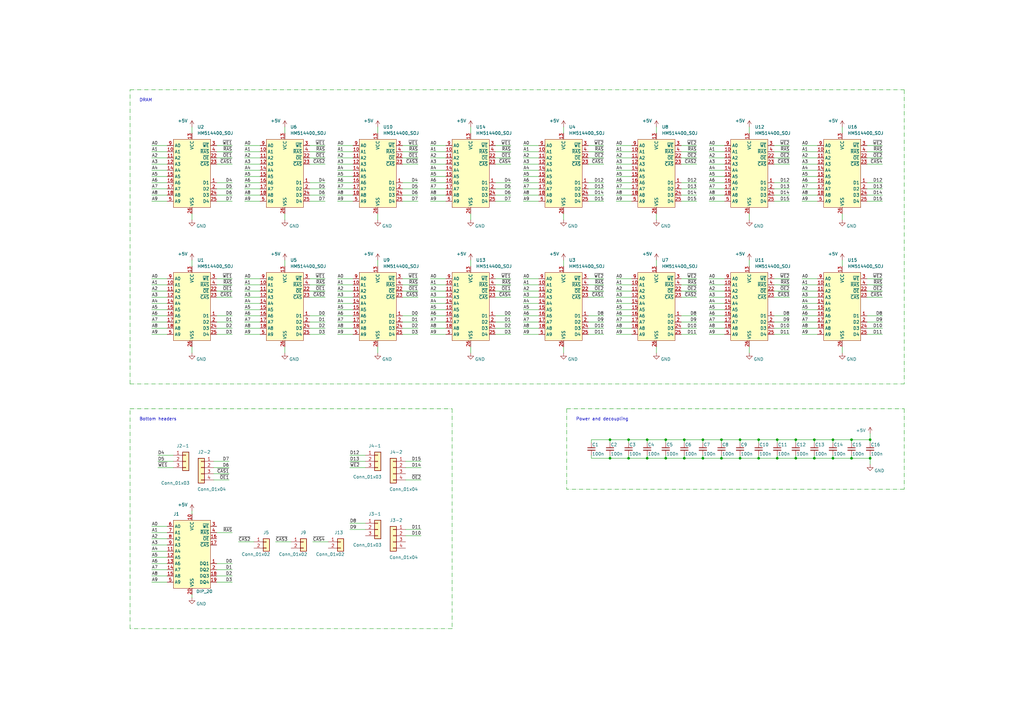
<source format=kicad_sch>
(kicad_sch (version 20230121) (generator eeschema)
  (paper "A3")
  (title_block (title "SupraDrive 500XP 8MB expansion") (date "2024-04-20") (rev "1") (company "retroninja"))
  (junction (at 326.39 187.96))
  (junction (at 280.67 187.96))
  (junction (at 326.39 180.34))
  (junction (at 334.01 180.34))
  (junction (at 311.15 187.96))
  (junction (at 318.77 187.96))
  (junction (at 250.19 180.34))
  (junction (at 356.87 180.34))
  (junction (at 341.63 180.34))
  (junction (at 295.91 187.96))
  (junction (at 349.25 187.96))
  (junction (at 288.29 180.34))
  (junction (at 349.25 180.34))
  (junction (at 334.01 187.96))
  (junction (at 250.19 187.96))
  (junction (at 288.29 187.96))
  (junction (at 356.87 187.96))
  (junction (at 311.15 180.34))
  (junction (at 318.77 180.34))
  (junction (at 280.67 180.34))
  (junction (at 273.05 187.96))
  (junction (at 303.53 180.34))
  (junction (at 265.43 180.34))
  (junction (at 265.43 187.96))
  (junction (at 295.91 180.34))
  (junction (at 257.81 180.34))
  (junction (at 273.05 180.34))
  (junction (at 303.53 187.96))
  (junction (at 257.81 187.96))
  (junction (at 341.63 187.96))
  (wire (pts (xy 165.1 129.54) (xy 171.45 129.54)))
  (wire (pts (xy 311.15 186.69) (xy 311.15 187.96)))
  (wire (pts (xy 62.23 124.46) (xy 68.58 124.46)))
  (wire (pts (xy 127 132.08) (xy 133.35 132.08)))
  (wire (pts (xy 328.93 134.62) (xy 335.28 134.62)))
  (wire (pts (xy 355.6 77.47) (xy 361.95 77.47)))
  (wire (pts (xy 100.33 69.85) (xy 106.68 69.85)))
  (wire (pts (xy 355.6 132.08) (xy 361.95 132.08)))
  (wire (pts (xy 176.53 82.55) (xy 182.88 82.55)))
  (wire (pts (xy 214.63 121.92) (xy 220.98 121.92)))
  (wire (pts (xy 252.73 127) (xy 259.08 127)))
  (wire (pts (xy 88.9 233.68) (xy 95.25 233.68)))
  (wire (pts (xy 176.53 121.92) (xy 182.88 121.92)))
  (wire (pts (xy 311.15 180.34) (xy 318.77 180.34)))
  (wire (pts (xy 127 134.62) (xy 133.35 134.62)))
  (wire (pts (xy 326.39 180.34) (xy 326.39 181.61)))
  (wire (pts (xy 100.33 124.46) (xy 106.68 124.46)))
  (wire (pts (xy 62.23 129.54) (xy 68.58 129.54)))
  (wire (pts (xy 341.63 180.34) (xy 334.01 180.34)))
  (wire (pts (xy 295.91 181.61) (xy 295.91 180.34)))
  (wire (pts (xy 252.73 77.47) (xy 259.08 77.47)))
  (wire (pts (xy 100.33 77.47) (xy 106.68 77.47)))
  (wire (pts (xy 88.9 238.76) (xy 95.25 238.76)))
  (wire (pts (xy 88.9 134.62) (xy 95.25 134.62)))
  (wire (pts (xy 290.83 132.08) (xy 297.18 132.08)))
  (wire (pts (xy 88.9 114.3) (xy 95.25 114.3)))
  (wire (pts (xy 349.25 180.34) (xy 349.25 181.61)))
  (wire (pts (xy 138.43 72.39) (xy 144.78 72.39)))
  (wire (pts (xy 62.23 72.39) (xy 68.58 72.39)))
  (wire (pts (xy 62.23 77.47) (xy 68.58 77.47)))
  (wire (pts (xy 355.6 82.55) (xy 361.95 82.55)))
  (wire (pts (xy 166.37 191.77) (xy 172.72 191.77)))
  (wire (pts (xy 290.83 129.54) (xy 297.18 129.54)))
  (wire (pts (xy 328.93 129.54) (xy 335.28 129.54)))
  (wire (pts (xy 88.9 116.84) (xy 95.25 116.84)))
  (wire (pts (xy 62.23 114.3) (xy 68.58 114.3)))
  (wire (pts (xy 203.2 121.92) (xy 209.55 121.92)))
  (wire (pts (xy 355.6 67.31) (xy 361.95 67.31)))
  (wire (pts (xy 231.14 52.07) (xy 231.14 54.61)))
  (wire (pts (xy 62.23 116.84) (xy 68.58 116.84)))
  (wire (pts (xy 356.87 187.96) (xy 356.87 190.5)))
  (wire (pts (xy 265.43 186.69) (xy 265.43 187.96)))
  (wire (pts (xy 176.53 69.85) (xy 182.88 69.85)))
  (wire (pts (xy 214.63 137.16) (xy 220.98 137.16)))
  (wire (pts (xy 317.5 74.93) (xy 323.85 74.93)))
  (wire (pts (xy 176.53 129.54) (xy 182.88 129.54)))
  (wire (pts (xy 370.84 200.66) (xy 232.41 200.66)) (stroke (width 0) (type dash_dot)))
  (wire (pts (xy 328.93 119.38) (xy 335.28 119.38)))
  (wire (pts (xy 355.6 74.93) (xy 361.95 74.93)))
  (wire (pts (xy 138.43 67.31) (xy 144.78 67.31)))
  (wire (pts (xy 257.81 180.34) (xy 250.19 180.34)))
  (wire (pts (xy 138.43 74.93) (xy 144.78 74.93)))
  (wire (pts (xy 273.05 187.96) (xy 280.67 187.96)))
  (wire (pts (xy 290.83 119.38) (xy 297.18 119.38)))
  (wire (pts (xy 165.1 119.38) (xy 171.45 119.38)))
  (wire (pts (xy 176.53 116.84) (xy 182.88 116.84)))
  (wire (pts (xy 127 59.69) (xy 133.35 59.69)))
  (wire (pts (xy 252.73 67.31) (xy 259.08 67.31)))
  (wire (pts (xy 78.74 243.84) (xy 78.74 245.11)))
  (wire (pts (xy 165.1 64.77) (xy 171.45 64.77)))
  (wire (pts (xy 87.63 189.23) (xy 93.98 189.23)))
  (wire (pts (xy 214.63 82.55) (xy 220.98 82.55)))
  (wire (pts (xy 100.33 82.55) (xy 106.68 82.55)))
  (wire (pts (xy 317.5 134.62) (xy 323.85 134.62)))
  (wire (pts (xy 100.33 119.38) (xy 106.68 119.38)))
  (wire (pts (xy 257.81 187.96) (xy 265.43 187.96)))
  (wire (pts (xy 269.24 52.07) (xy 269.24 54.61)))
  (wire (pts (xy 252.73 74.93) (xy 259.08 74.93)))
  (wire (pts (xy 138.43 129.54) (xy 144.78 129.54)))
  (wire (pts (xy 176.53 124.46) (xy 182.88 124.46)))
  (wire (pts (xy 328.93 69.85) (xy 335.28 69.85)))
  (wire (pts (xy 176.53 72.39) (xy 182.88 72.39)))
  (wire (pts (xy 62.23 134.62) (xy 68.58 134.62)))
  (wire (pts (xy 176.53 64.77) (xy 182.88 64.77)))
  (wire (pts (xy 252.73 129.54) (xy 259.08 129.54)))
  (wire (pts (xy 318.77 180.34) (xy 318.77 181.61)))
  (wire (pts (xy 303.53 180.34) (xy 303.53 181.61)))
  (wire (pts (xy 154.94 52.07) (xy 154.94 54.61)))
  (wire (pts (xy 241.3 137.16) (xy 247.65 137.16)))
  (wire (pts (xy 290.83 64.77) (xy 297.18 64.77)))
  (wire (pts (xy 317.5 62.23) (xy 323.85 62.23)))
  (wire (pts (xy 279.4 116.84) (xy 285.75 116.84)))
  (wire (pts (xy 355.6 121.92) (xy 361.95 121.92)))
  (wire (pts (xy 203.2 134.62) (xy 209.55 134.62)))
  (wire (pts (xy 279.4 64.77) (xy 285.75 64.77)))
  (wire (pts (xy 127 67.31) (xy 133.35 67.31)))
  (wire (pts (xy 279.4 121.92) (xy 285.75 121.92)))
  (wire (pts (xy 214.63 72.39) (xy 220.98 72.39)))
  (wire (pts (xy 62.23 121.92) (xy 68.58 121.92)))
  (wire (pts (xy 138.43 116.84) (xy 144.78 116.84)))
  (wire (pts (xy 257.81 180.34) (xy 257.81 181.61)))
  (wire (pts (xy 62.23 62.23) (xy 68.58 62.23)))
  (wire (pts (xy 328.93 64.77) (xy 335.28 64.77)))
  (wire (pts (xy 290.83 69.85) (xy 297.18 69.85)))
  (wire (pts (xy 349.25 180.34) (xy 356.87 180.34)))
  (wire (pts (xy 345.44 106.68) (xy 345.44 109.22)))
  (wire (pts (xy 203.2 132.08) (xy 209.55 132.08)))
  (wire (pts (xy 311.15 187.96) (xy 318.77 187.96)))
  (wire (pts (xy 127 82.55) (xy 133.35 82.55)))
  (wire (pts (xy 53.34 257.81) (xy 53.34 167.64)) (stroke (width 0) (type dash_dot)))
  (wire (pts (xy 165.1 82.55) (xy 171.45 82.55)))
  (wire (pts (xy 317.5 64.77) (xy 323.85 64.77)))
  (wire (pts (xy 290.83 124.46) (xy 297.18 124.46)))
  (wire (pts (xy 252.73 62.23) (xy 259.08 62.23)))
  (wire (pts (xy 356.87 186.69) (xy 356.87 187.96)))
  (wire (pts (xy 232.41 167.64) (xy 232.41 200.66)) (stroke (width 0) (type dash_dot)))
  (wire (pts (xy 138.43 80.01) (xy 144.78 80.01)))
  (wire (pts (xy 176.53 127) (xy 182.88 127)))
  (wire (pts (xy 113.03 222.25) (xy 119.38 222.25)))
  (wire (pts (xy 290.83 127) (xy 297.18 127)))
  (wire (pts (xy 165.1 121.92) (xy 171.45 121.92)))
  (wire (pts (xy 127 129.54) (xy 133.35 129.54)))
  (wire (pts (xy 64.77 186.69) (xy 71.12 186.69)))
  (wire (pts (xy 290.83 80.01) (xy 297.18 80.01)))
  (wire (pts (xy 334.01 180.34) (xy 334.01 181.61)))
  (wire (pts (xy 100.33 64.77) (xy 106.68 64.77)))
  (wire (pts (xy 165.1 77.47) (xy 171.45 77.47)))
  (wire (pts (xy 356.87 177.8) (xy 356.87 180.34)))
  (wire (pts (xy 328.93 132.08) (xy 335.28 132.08)))
  (wire (pts (xy 64.77 189.23) (xy 71.12 189.23)))
  (wire (pts (xy 88.9 132.08) (xy 95.25 132.08)))
  (wire (pts (xy 242.57 180.34) (xy 250.19 180.34)))
  (wire (pts (xy 87.63 194.31) (xy 93.98 194.31)))
  (wire (pts (xy 176.53 119.38) (xy 182.88 119.38)))
  (wire (pts (xy 241.3 67.31) (xy 247.65 67.31)))
  (wire (pts (xy 279.4 132.08) (xy 285.75 132.08)))
  (wire (pts (xy 328.93 67.31) (xy 335.28 67.31)))
  (wire (pts (xy 88.9 62.23) (xy 95.25 62.23)))
  (wire (pts (xy 53.34 157.48) (xy 370.84 157.48)) (stroke (width 0) (type dash_dot)))
  (wire (pts (xy 78.74 106.68) (xy 78.74 109.22)))
  (wire (pts (xy 241.3 77.47) (xy 247.65 77.47)))
  (wire (pts (xy 303.53 186.69) (xy 303.53 187.96)))
  (wire (pts (xy 165.1 134.62) (xy 171.45 134.62)))
  (wire (pts (xy 349.25 180.34) (xy 341.63 180.34)))
  (wire (pts (xy 290.83 59.69) (xy 297.18 59.69)))
  (wire (pts (xy 355.6 119.38) (xy 361.95 119.38)))
  (wire (pts (xy 203.2 129.54) (xy 209.55 129.54)))
  (wire (pts (xy 214.63 116.84) (xy 220.98 116.84)))
  (wire (pts (xy 154.94 142.24) (xy 154.94 144.78)))
  (wire (pts (xy 273.05 180.34) (xy 265.43 180.34)))
  (wire (pts (xy 290.83 134.62) (xy 297.18 134.62)))
  (wire (pts (xy 317.5 119.38) (xy 323.85 119.38)))
  (wire (pts (xy 62.23 226.06) (xy 68.58 226.06)))
  (wire (pts (xy 288.29 180.34) (xy 288.29 181.61)))
  (wire (pts (xy 290.83 74.93) (xy 297.18 74.93)))
  (wire (pts (xy 279.4 82.55) (xy 285.75 82.55)))
  (wire (pts (xy 203.2 137.16) (xy 209.55 137.16)))
  (wire (pts (xy 62.23 132.08) (xy 68.58 132.08)))
  (wire (pts (xy 241.3 134.62) (xy 247.65 134.62)))
  (wire (pts (xy 252.73 137.16) (xy 259.08 137.16)))
  (wire (pts (xy 341.63 180.34) (xy 341.63 181.61)))
  (wire (pts (xy 252.73 119.38) (xy 259.08 119.38)))
  (wire (pts (xy 231.14 87.63) (xy 231.14 90.17)))
  (wire (pts (xy 252.73 134.62) (xy 259.08 134.62)))
  (wire (pts (xy 127 116.84) (xy 133.35 116.84)))
  (wire (pts (xy 317.5 116.84) (xy 323.85 116.84)))
  (wire (pts (xy 203.2 77.47) (xy 209.55 77.47)))
  (wire (pts (xy 317.5 137.16) (xy 323.85 137.16)))
  (wire (pts (xy 78.74 142.24) (xy 78.74 144.78)))
  (wire (pts (xy 355.6 134.62) (xy 361.95 134.62)))
  (wire (pts (xy 318.77 186.69) (xy 318.77 187.96)))
  (wire (pts (xy 288.29 180.34) (xy 295.91 180.34)))
  (wire (pts (xy 203.2 62.23) (xy 209.55 62.23)))
  (wire (pts (xy 138.43 77.47) (xy 144.78 77.47)))
  (wire (pts (xy 88.9 82.55) (xy 95.25 82.55)))
  (wire (pts (xy 100.33 127) (xy 106.68 127)))
  (wire (pts (xy 273.05 180.34) (xy 273.05 181.61)))
  (wire (pts (xy 265.43 180.34) (xy 265.43 181.61)))
  (wire (pts (xy 116.84 106.68) (xy 116.84 109.22)))
  (wire (pts (xy 241.3 132.08) (xy 247.65 132.08)))
  (wire (pts (xy 100.33 67.31) (xy 106.68 67.31)))
  (wire (pts (xy 100.33 72.39) (xy 106.68 72.39)))
  (wire (pts (xy 138.43 59.69) (xy 144.78 59.69)))
  (wire (pts (xy 355.6 59.69) (xy 361.95 59.69)))
  (wire (pts (xy 127 64.77) (xy 133.35 64.77)))
  (wire (pts (xy 317.5 82.55) (xy 323.85 82.55)))
  (wire (pts (xy 88.9 218.44) (xy 95.25 218.44)))
  (wire (pts (xy 165.1 67.31) (xy 171.45 67.31)))
  (wire (pts (xy 295.91 180.34) (xy 303.53 180.34)))
  (wire (pts (xy 176.53 77.47) (xy 182.88 77.47)))
  (wire (pts (xy 203.2 82.55) (xy 209.55 82.55)))
  (wire (pts (xy 176.53 137.16) (xy 182.88 137.16)))
  (wire (pts (xy 100.33 62.23) (xy 106.68 62.23)))
  (wire (pts (xy 250.19 186.69) (xy 250.19 187.96)))
  (wire (pts (xy 62.23 59.69) (xy 68.58 59.69)))
  (wire (pts (xy 53.34 157.48) (xy 53.34 36.83)) (stroke (width 0) (type dash_dot)))
  (wire (pts (xy 100.33 137.16) (xy 106.68 137.16)))
  (wire (pts (xy 88.9 231.14) (xy 95.25 231.14)))
  (wire (pts (xy 242.57 187.96) (xy 250.19 187.96)))
  (wire (pts (xy 116.84 142.24) (xy 116.84 144.78)))
  (wire (pts (xy 252.73 116.84) (xy 259.08 116.84)))
  (wire (pts (xy 97.79 222.25) (xy 104.14 222.25)))
  (wire (pts (xy 100.33 59.69) (xy 106.68 59.69)))
  (wire (pts (xy 273.05 187.96) (xy 265.43 187.96)))
  (wire (pts (xy 138.43 114.3) (xy 144.78 114.3)))
  (wire (pts (xy 87.63 191.77) (xy 93.98 191.77)))
  (wire (pts (xy 214.63 80.01) (xy 220.98 80.01)))
  (wire (pts (xy 317.5 77.47) (xy 323.85 77.47)))
  (wire (pts (xy 88.9 137.16) (xy 95.25 137.16)))
  (wire (pts (xy 62.23 231.14) (xy 68.58 231.14)))
  (wire (pts (xy 214.63 134.62) (xy 220.98 134.62)))
  (wire (pts (xy 176.53 67.31) (xy 182.88 67.31)))
  (wire (pts (xy 252.73 69.85) (xy 259.08 69.85)))
  (wire (pts (xy 185.42 167.64) (xy 185.42 257.81)) (stroke (width 0) (type dash_dot)))
  (wire (pts (xy 370.84 167.64) (xy 370.84 200.66)) (stroke (width 0) (type dash_dot)))
  (wire (pts (xy 279.4 119.38) (xy 285.75 119.38)))
  (wire (pts (xy 280.67 187.96) (xy 288.29 187.96)))
  (wire (pts (xy 100.33 134.62) (xy 106.68 134.62)))
  (wire (pts (xy 290.83 62.23) (xy 297.18 62.23)))
  (wire (pts (xy 290.83 121.92) (xy 297.18 121.92)))
  (wire (pts (xy 328.93 114.3) (xy 335.28 114.3)))
  (wire (pts (xy 88.9 236.22) (xy 95.25 236.22)))
  (wire (pts (xy 328.93 124.46) (xy 335.28 124.46)))
  (wire (pts (xy 88.9 77.47) (xy 95.25 77.47)))
  (wire (pts (xy 279.4 80.01) (xy 285.75 80.01)))
  (wire (pts (xy 328.93 116.84) (xy 335.28 116.84)))
  (wire (pts (xy 62.23 220.98) (xy 68.58 220.98)))
  (wire (pts (xy 307.34 52.07) (xy 307.34 54.61)))
  (wire (pts (xy 53.34 167.64) (xy 185.42 167.64)) (stroke (width 0) (type dash_dot)))
  (wire (pts (xy 307.34 87.63) (xy 307.34 90.17)))
  (wire (pts (xy 127 77.47) (xy 133.35 77.47)))
  (wire (pts (xy 154.94 87.63) (xy 154.94 90.17)))
  (wire (pts (xy 356.87 180.34) (xy 356.87 181.61)))
  (wire (pts (xy 307.34 142.24) (xy 307.34 144.78)))
  (wire (pts (xy 288.29 187.96) (xy 295.91 187.96)))
  (wire (pts (xy 62.23 82.55) (xy 68.58 82.55)))
  (wire (pts (xy 280.67 186.69) (xy 280.67 187.96)))
  (wire (pts (xy 53.34 36.83) (xy 370.84 36.83)) (stroke (width 0) (type dash_dot)))
  (wire (pts (xy 279.4 59.69) (xy 285.75 59.69)))
  (wire (pts (xy 355.6 116.84) (xy 361.95 116.84)))
  (wire (pts (xy 241.3 121.92) (xy 247.65 121.92)))
  (wire (pts (xy 279.4 134.62) (xy 285.75 134.62)))
  (wire (pts (xy 176.53 62.23) (xy 182.88 62.23)))
  (wire (pts (xy 303.53 187.96) (xy 311.15 187.96)))
  (wire (pts (xy 127 62.23) (xy 133.35 62.23)))
  (wire (pts (xy 214.63 127) (xy 220.98 127)))
  (wire (pts (xy 127 74.93) (xy 133.35 74.93)))
  (wire (pts (xy 127 119.38) (xy 133.35 119.38)))
  (wire (pts (xy 88.9 121.92) (xy 95.25 121.92)))
  (wire (pts (xy 355.6 62.23) (xy 361.95 62.23)))
  (wire (pts (xy 311.15 180.34) (xy 311.15 181.61)))
  (wire (pts (xy 326.39 186.69) (xy 326.39 187.96)))
  (wire (pts (xy 88.9 119.38) (xy 95.25 119.38)))
  (wire (pts (xy 328.93 59.69) (xy 335.28 59.69)))
  (wire (pts (xy 279.4 74.93) (xy 285.75 74.93)))
  (wire (pts (xy 203.2 116.84) (xy 209.55 116.84)))
  (wire (pts (xy 242.57 186.69) (xy 242.57 187.96)))
  (wire (pts (xy 138.43 82.55) (xy 144.78 82.55)))
  (wire (pts (xy 62.23 137.16) (xy 68.58 137.16)))
  (wire (pts (xy 193.04 87.63) (xy 193.04 90.17)))
  (wire (pts (xy 241.3 119.38) (xy 247.65 119.38)))
  (wire (pts (xy 138.43 64.77) (xy 144.78 64.77)))
  (wire (pts (xy 203.2 119.38) (xy 209.55 119.38)))
  (wire (pts (xy 345.44 142.24) (xy 345.44 144.78)))
  (wire (pts (xy 214.63 114.3) (xy 220.98 114.3)))
  (wire (pts (xy 193.04 142.24) (xy 193.04 144.78)))
  (wire (pts (xy 176.53 74.93) (xy 182.88 74.93)))
  (wire (pts (xy 100.33 116.84) (xy 106.68 116.84)))
  (wire (pts (xy 345.44 52.07) (xy 345.44 54.61)))
  (wire (pts (xy 214.63 77.47) (xy 220.98 77.47)))
  (wire (pts (xy 138.43 62.23) (xy 144.78 62.23)))
  (wire (pts (xy 138.43 121.92) (xy 144.78 121.92)))
  (wire (pts (xy 64.77 191.77) (xy 71.12 191.77)))
  (wire (pts (xy 127 137.16) (xy 133.35 137.16)))
  (wire (pts (xy 176.53 80.01) (xy 182.88 80.01)))
  (wire (pts (xy 349.25 186.69) (xy 349.25 187.96)))
  (wire (pts (xy 62.23 67.31) (xy 68.58 67.31)))
  (wire (pts (xy 78.74 87.63) (xy 78.74 90.17)))
  (wire (pts (xy 250.19 180.34) (xy 250.19 181.61)))
  (wire (pts (xy 214.63 132.08) (xy 220.98 132.08)))
  (wire (pts (xy 290.83 116.84) (xy 297.18 116.84)))
  (wire (pts (xy 328.93 127) (xy 335.28 127)))
  (wire (pts (xy 269.24 87.63) (xy 269.24 90.17)))
  (wire (pts (xy 62.23 64.77) (xy 68.58 64.77)))
  (wire (pts (xy 214.63 64.77) (xy 220.98 64.77)))
  (wire (pts (xy 193.04 52.07) (xy 193.04 54.61)))
  (wire (pts (xy 143.51 214.63) (xy 149.86 214.63)))
  (wire (pts (xy 328.93 137.16) (xy 335.28 137.16)))
  (wire (pts (xy 165.1 59.69) (xy 171.45 59.69)))
  (wire (pts (xy 317.5 132.08) (xy 323.85 132.08)))
  (wire (pts (xy 62.23 218.44) (xy 68.58 218.44)))
  (wire (pts (xy 355.6 137.16) (xy 361.95 137.16)))
  (wire (pts (xy 138.43 69.85) (xy 144.78 69.85)))
  (wire (pts (xy 100.33 129.54) (xy 106.68 129.54)))
  (wire (pts (xy 307.34 106.68) (xy 307.34 109.22)))
  (wire (pts (xy 290.83 77.47) (xy 297.18 77.47)))
  (wire (pts (xy 138.43 134.62) (xy 144.78 134.62)))
  (wire (pts (xy 232.41 167.64) (xy 370.84 167.64)) (stroke (width 0) (type dash_dot)))
  (wire (pts (xy 214.63 59.69) (xy 220.98 59.69)))
  (wire (pts (xy 128.27 222.25) (xy 134.62 222.25)))
  (wire (pts (xy 138.43 127) (xy 144.78 127)))
  (wire (pts (xy 138.43 137.16) (xy 144.78 137.16)))
  (wire (pts (xy 62.23 127) (xy 68.58 127)))
  (wire (pts (xy 203.2 114.3) (xy 209.55 114.3)))
  (wire (pts (xy 252.73 132.08) (xy 259.08 132.08)))
  (wire (pts (xy 295.91 186.69) (xy 295.91 187.96)))
  (wire (pts (xy 317.5 129.54) (xy 323.85 129.54)))
  (wire (pts (xy 127 121.92) (xy 133.35 121.92)))
  (wire (pts (xy 328.93 72.39) (xy 335.28 72.39)))
  (wire (pts (xy 295.91 187.96) (xy 303.53 187.96)))
  (wire (pts (xy 62.23 236.22) (xy 68.58 236.22)))
  (wire (pts (xy 252.73 72.39) (xy 259.08 72.39)))
  (wire (pts (xy 345.44 87.63) (xy 345.44 90.17)))
  (wire (pts (xy 328.93 80.01) (xy 335.28 80.01)))
  (wire (pts (xy 326.39 187.96) (xy 334.01 187.96)))
  (wire (pts (xy 100.33 114.3) (xy 106.68 114.3)))
  (wire (pts (xy 252.73 121.92) (xy 259.08 121.92)))
  (wire (pts (xy 317.5 114.3) (xy 323.85 114.3)))
  (wire (pts (xy 328.93 82.55) (xy 335.28 82.55)))
  (wire (pts (xy 143.51 191.77) (xy 149.86 191.77)))
  (wire (pts (xy 166.37 189.23) (xy 172.72 189.23)))
  (wire (pts (xy 328.93 74.93) (xy 335.28 74.93)))
  (wire (pts (xy 127 114.3) (xy 133.35 114.3)))
  (wire (pts (xy 165.1 137.16) (xy 171.45 137.16)))
  (wire (pts (xy 318.77 180.34) (xy 326.39 180.34)))
  (wire (pts (xy 328.93 121.92) (xy 335.28 121.92)))
  (wire (pts (xy 279.4 67.31) (xy 285.75 67.31)))
  (wire (pts (xy 241.3 114.3) (xy 247.65 114.3)))
  (wire (pts (xy 257.81 187.96) (xy 250.19 187.96)))
  (wire (pts (xy 138.43 119.38) (xy 144.78 119.38)))
  (wire (pts (xy 252.73 124.46) (xy 259.08 124.46)))
  (wire (pts (xy 257.81 180.34) (xy 265.43 180.34)))
  (wire (pts (xy 165.1 116.84) (xy 171.45 116.84)))
  (wire (pts (xy 280.67 180.34) (xy 288.29 180.34)))
  (wire (pts (xy 341.63 187.96) (xy 334.01 187.96)))
  (wire (pts (xy 214.63 67.31) (xy 220.98 67.31)))
  (wire (pts (xy 214.63 124.46) (xy 220.98 124.46)))
  (wire (pts (xy 370.84 36.83) (xy 370.84 157.48)) (stroke (width 0) (type dash_dot)))
  (wire (pts (xy 241.3 62.23) (xy 247.65 62.23)))
  (wire (pts (xy 241.3 116.84) (xy 247.65 116.84)))
  (wire (pts (xy 279.4 62.23) (xy 285.75 62.23)))
  (wire (pts (xy 88.9 67.31) (xy 95.25 67.31)))
  (wire (pts (xy 143.51 186.69) (xy 149.86 186.69)))
  (wire (pts (xy 127 80.01) (xy 133.35 80.01)))
  (wire (pts (xy 138.43 124.46) (xy 144.78 124.46)))
  (wire (pts (xy 334.01 186.69) (xy 334.01 187.96)))
  (wire (pts (xy 290.83 67.31) (xy 297.18 67.31)))
  (wire (pts (xy 280.67 180.34) (xy 280.67 181.61)))
  (wire (pts (xy 166.37 217.17) (xy 172.72 217.17)))
  (wire (pts (xy 88.9 59.69) (xy 95.25 59.69)))
  (wire (pts (xy 355.6 64.77) (xy 361.95 64.77)))
  (wire (pts (xy 241.3 59.69) (xy 247.65 59.69)))
  (wire (pts (xy 88.9 80.01) (xy 95.25 80.01)))
  (wire (pts (xy 273.05 180.34) (xy 280.67 180.34)))
  (wire (pts (xy 241.3 74.93) (xy 247.65 74.93)))
  (wire (pts (xy 341.63 186.69) (xy 341.63 187.96)))
  (wire (pts (xy 257.81 187.96) (xy 257.81 186.69)))
  (wire (pts (xy 176.53 114.3) (xy 182.88 114.3)))
  (wire (pts (xy 214.63 74.93) (xy 220.98 74.93)))
  (wire (pts (xy 317.5 59.69) (xy 323.85 59.69)))
  (wire (pts (xy 279.4 137.16) (xy 285.75 137.16)))
  (wire (pts (xy 62.23 69.85) (xy 68.58 69.85)))
  (wire (pts (xy 143.51 189.23) (xy 149.86 189.23)))
  (wire (pts (xy 203.2 59.69) (xy 209.55 59.69)))
  (wire (pts (xy 193.04 106.68) (xy 193.04 109.22)))
  (wire (pts (xy 328.93 77.47) (xy 335.28 77.47)))
  (wire (pts (xy 241.3 129.54) (xy 247.65 129.54)))
  (wire (pts (xy 326.39 180.34) (xy 334.01 180.34)))
  (wire (pts (xy 203.2 67.31) (xy 209.55 67.31)))
  (wire (pts (xy 214.63 119.38) (xy 220.98 119.38)))
  (wire (pts (xy 88.9 64.77) (xy 95.25 64.77)))
  (wire (pts (xy 165.1 132.08) (xy 171.45 132.08)))
  (wire (pts (xy 269.24 142.24) (xy 269.24 144.78)))
  (wire (pts (xy 241.3 64.77) (xy 247.65 64.77)))
  (wire (pts (xy 288.29 186.69) (xy 288.29 187.96)))
  (wire (pts (xy 214.63 129.54) (xy 220.98 129.54)))
  (wire (pts (xy 88.9 74.93) (xy 95.25 74.93)))
  (wire (pts (xy 269.24 106.68) (xy 269.24 109.22)))
  (wire (pts (xy 242.57 180.34) (xy 242.57 181.61)))
  (wire (pts (xy 290.83 72.39) (xy 297.18 72.39)))
  (wire (pts (xy 116.84 52.07) (xy 116.84 54.61)))
  (wire (pts (xy 62.23 119.38) (xy 68.58 119.38)))
  (wire (pts (xy 78.74 209.55) (xy 78.74 210.82)))
  (wire (pts (xy 290.83 137.16) (xy 297.18 137.16)))
  (wire (pts (xy 252.73 80.01) (xy 259.08 80.01)))
  (wire (pts (xy 273.05 186.69) (xy 273.05 187.96)))
  (wire (pts (xy 62.23 223.52) (xy 68.58 223.52)))
  (wire (pts (xy 176.53 132.08) (xy 182.88 132.08)))
  (wire (pts (xy 203.2 80.01) (xy 209.55 80.01)))
  (wire (pts (xy 279.4 129.54) (xy 285.75 129.54)))
  (wire (pts (xy 290.83 82.55) (xy 297.18 82.55)))
  (wire (pts (xy 116.84 87.63) (xy 116.84 90.17)))
  (wire (pts (xy 100.33 121.92) (xy 106.68 121.92)))
  (wire (pts (xy 214.63 69.85) (xy 220.98 69.85)))
  (wire (pts (xy 355.6 114.3) (xy 361.95 114.3)))
  (wire (pts (xy 185.42 257.81) (xy 53.34 257.81)) (stroke (width 0) (type dash_dot)))
  (wire (pts (xy 165.1 74.93) (xy 171.45 74.93)))
  (wire (pts (xy 252.73 82.55) (xy 259.08 82.55)))
  (wire (pts (xy 203.2 64.77) (xy 209.55 64.77)))
  (wire (pts (xy 100.33 132.08) (xy 106.68 132.08)))
  (wire (pts (xy 78.74 52.07) (xy 78.74 54.61)))
  (wire (pts (xy 303.53 180.34) (xy 311.15 180.34)))
  (wire (pts (xy 62.23 233.68) (xy 68.58 233.68)))
  (wire (pts (xy 62.23 80.01) (xy 68.58 80.01)))
  (wire (pts (xy 176.53 59.69) (xy 182.88 59.69)))
  (wire (pts (xy 165.1 114.3) (xy 171.45 114.3)))
  (wire (pts (xy 231.14 142.24) (xy 231.14 144.78)))
  (wire (pts (xy 166.37 196.85) (xy 172.72 196.85)))
  (wire (pts (xy 279.4 77.47) (xy 285.75 77.47)))
  (wire (pts (xy 355.6 80.01) (xy 361.95 80.01)))
  (wire (pts (xy 88.9 129.54) (xy 95.25 129.54)))
  (wire (pts (xy 165.1 80.01) (xy 171.45 80.01)))
  (wire (pts (xy 317.5 67.31) (xy 323.85 67.31)))
  (wire (pts (xy 62.23 215.9) (xy 68.58 215.9)))
  (wire (pts (xy 349.25 187.96) (xy 341.63 187.96)))
  (wire (pts (xy 290.83 114.3) (xy 297.18 114.3)))
  (wire (pts (xy 166.37 219.71) (xy 172.72 219.71)))
  (wire (pts (xy 62.23 228.6) (xy 68.58 228.6)))
  (wire (pts (xy 328.93 62.23) (xy 335.28 62.23)))
  (wire (pts (xy 165.1 62.23) (xy 171.45 62.23)))
  (wire (pts (xy 62.23 74.93) (xy 68.58 74.93)))
  (wire (pts (xy 252.73 59.69) (xy 259.08 59.69)))
  (wire (pts (xy 62.23 238.76) (xy 68.58 238.76)))
  (wire (pts (xy 318.77 187.96) (xy 326.39 187.96)))
  (wire (pts (xy 100.33 80.01) (xy 106.68 80.01)))
  (wire (pts (xy 252.73 114.3) (xy 259.08 114.3)))
  (wire (pts (xy 214.63 62.23) (xy 220.98 62.23)))
  (wire (pts (xy 138.43 132.08) (xy 144.78 132.08)))
  (wire (pts (xy 203.2 74.93) (xy 209.55 74.93)))
  (wire (pts (xy 349.25 187.96) (xy 356.87 187.96)))
  (wire (pts (xy 241.3 82.55) (xy 247.65 82.55)))
  (wire (pts (xy 143.51 217.17) (xy 149.86 217.17)))
  (wire (pts (xy 231.14 106.68) (xy 231.14 109.22)))
  (wire (pts (xy 355.6 129.54) (xy 361.95 129.54)))
  (wire (pts (xy 252.73 64.77) (xy 259.08 64.77)))
  (wire (pts (xy 317.5 80.01) (xy 323.85 80.01)))
  (wire (pts (xy 279.4 114.3) (xy 285.75 114.3)))
  (wire (pts (xy 176.53 134.62) (xy 182.88 134.62)))
  (wire (pts (xy 241.3 80.01) (xy 247.65 80.01)))
  (wire (pts (xy 87.63 196.85) (xy 93.98 196.85)))
  (wire (pts (xy 154.94 106.68) (xy 154.94 109.22)))
  (wire (pts (xy 317.5 121.92) (xy 323.85 121.92)))
  (wire (pts (xy 100.33 74.93) (xy 106.68 74.93)))
  (text "Power and decoupling" (at 236.22 172.72 0) (effects (font (size 1.27 1.27)) (justify left bottom)))
  (text "Bottom headers" (at 57.15 172.72 0) (effects (font (size 1.27 1.27)) (justify left bottom)))
  (text "DRAM" (at 57.15 41.91 0) (effects (font (size 1.27 1.27)) (justify left bottom)))
  (label "A4" (at 328.93 69.85 0))
  (label "A2" (at 290.83 119.38 0))
  (label "A8" (at 290.83 80.01 0))
  (label "~{RAS}" (at 133.35 116.84 180))
  (label "A3" (at 252.73 67.31 0))
  (label "A7" (at 328.93 132.08 0))
  (label "A1" (at 62.23 62.23 0))
  (label "A4" (at 62.23 226.06 0))
  (label "D2" (at 133.35 134.62 180))
  (label "A4" (at 176.53 69.85 0))
  (label "~{CAS3}" (at 171.45 121.92 180))
  (label "D0" (at 133.35 129.54 180))
  (label "A1" (at 214.63 62.23 0))
  (label "D8" (at 323.85 129.54 180))
  (label "D6" (at 171.45 80.01 180))
  (label "A9" (at 100.33 82.55 0))
  (label "A3" (at 100.33 67.31 0))
  (label "A2" (at 62.23 220.98 0))
  (label "A0" (at 138.43 114.3 0))
  (label "~{RAS}" (at 95.25 116.84 180))
  (label "A9" (at 176.53 137.16 0))
  (label "D5" (at 64.77 189.23 0))
  (label "A4" (at 214.63 69.85 0))
  (label "D5" (at 133.35 77.47 180))
  (label "A2" (at 252.73 64.77 0))
  (label "D12" (at 361.95 74.93 180))
  (label "A2" (at 290.83 64.77 0))
  (label "A0" (at 290.83 114.3 0))
  (label "A4" (at 176.53 124.46 0))
  (label "D11" (at 323.85 137.16 180))
  (label "~{OE1}" (at 95.25 64.77 180))
  (label "A1" (at 214.63 116.84 0))
  (label "~{OE1}" (at 209.55 119.38 180))
  (label "~{OE1}" (at 93.98 196.85 180))
  (label "D14" (at 323.85 80.01 180))
  (label "A7" (at 214.63 77.47 0))
  (label "A6" (at 252.73 74.93 0))
  (label "D0" (at 95.25 129.54 180))
  (label "A9" (at 138.43 137.16 0))
  (label "A0" (at 252.73 114.3 0))
  (label "~{CAS4}" (at 209.55 121.92 180))
  (label "A3" (at 62.23 67.31 0))
  (label "A3" (at 62.23 223.52 0))
  (label "D12" (at 143.51 186.69 0))
  (label "D9" (at 247.65 132.08 180))
  (label "A1" (at 138.43 62.23 0))
  (label "~{OE2}" (at 323.85 64.77 180))
  (label "~{WE2}" (at 323.85 59.69 180))
  (label "A6" (at 252.73 129.54 0))
  (label "~{RAS}" (at 95.25 62.23 180))
  (label "A4" (at 100.33 69.85 0))
  (label "D1" (at 171.45 132.08 180))
  (label "D3" (at 95.25 137.16 180))
  (label "D0" (at 171.45 129.54 180))
  (label "A9" (at 100.33 137.16 0))
  (label "D12" (at 247.65 74.93 180))
  (label "D15" (at 172.72 189.23 180))
  (label "A2" (at 62.23 119.38 0))
  (label "~{RAS}" (at 247.65 116.84 180))
  (label "A3" (at 214.63 67.31 0))
  (label "A2" (at 214.63 119.38 0))
  (label "~{CAS1}" (at 95.25 67.31 180))
  (label "~{WE1}" (at 171.45 114.3 180))
  (label "A8" (at 138.43 134.62 0))
  (label "A9" (at 62.23 238.76 0))
  (label "D10" (at 172.72 219.71 180))
  (label "~{OE2}" (at 361.95 64.77 180))
  (label "~{WE1}" (at 95.25 114.3 180))
  (label "D11" (at 285.75 137.16 180))
  (label "A0" (at 62.23 114.3 0))
  (label "A5" (at 328.93 72.39 0))
  (label "A1" (at 100.33 62.23 0))
  (label "A3" (at 290.83 121.92 0))
  (label "~{CAS3}" (at 171.45 67.31 180))
  (label "~{RAS}" (at 247.65 62.23 180))
  (label "A3" (at 214.63 121.92 0))
  (label "A8" (at 290.83 134.62 0))
  (label "D3" (at 171.45 137.16 180))
  (label "A5" (at 62.23 228.6 0))
  (label "A4" (at 138.43 124.46 0))
  (label "A8" (at 100.33 80.01 0))
  (label "D3" (at 209.55 137.16 180))
  (label "~{OE2}" (at 361.95 119.38 180))
  (label "A4" (at 252.73 124.46 0))
  (label "A9" (at 62.23 137.16 0))
  (label "D7" (at 133.35 82.55 180))
  (label "D15" (at 285.75 82.55 180))
  (label "A5" (at 290.83 127 0))
  (label "D11" (at 361.95 137.16 180))
  (label "A4" (at 100.33 124.46 0))
  (label "D7" (at 171.45 82.55 180))
  (label "~{CAS4}" (at 128.27 222.25 0))
  (label "A5" (at 328.93 127 0))
  (label "D11" (at 172.72 217.17 180))
  (label "A0" (at 214.63 59.69 0))
  (label "~{WE1}" (at 133.35 114.3 180))
  (label "~{CAS4}" (at 361.95 121.92 180))
  (label "A3" (at 176.53 67.31 0))
  (label "~{CAS2}" (at 133.35 67.31 180))
  (label "~{WE2}" (at 323.85 114.3 180))
  (label "~{WE1}" (at 133.35 59.69 180))
  (label "A6" (at 62.23 231.14 0))
  (label "A9" (at 290.83 137.16 0))
  (label "A2" (at 328.93 64.77 0))
  (label "A1" (at 290.83 62.23 0))
  (label "D13" (at 285.75 77.47 180))
  (label "A6" (at 176.53 129.54 0))
  (label "~{CAS3}" (at 323.85 67.31 180))
  (label "~{RAS}" (at 323.85 62.23 180))
  (label "A6" (at 214.63 129.54 0))
  (label "~{WE1}" (at 64.77 191.77 0))
  (label "D14" (at 361.95 80.01 180))
  (label "~{WE2}" (at 285.75 114.3 180))
  (label "~{RAS}" (at 95.25 218.44 180))
  (label "D15" (at 361.95 82.55 180))
  (label "A5" (at 62.23 127 0))
  (label "A6" (at 138.43 129.54 0))
  (label "D10" (at 323.85 134.62 180))
  (label "A5" (at 138.43 127 0))
  (label "~{OE2}" (at 323.85 119.38 180))
  (label "~{OE2}" (at 285.75 64.77 180))
  (label "A0" (at 176.53 114.3 0))
  (label "A8" (at 214.63 80.01 0))
  (label "~{CAS1}" (at 247.65 121.92 180))
  (label "D13" (at 143.51 189.23 0))
  (label "D13" (at 323.85 77.47 180))
  (label "A9" (at 252.73 82.55 0))
  (label "A1" (at 290.83 116.84 0))
  (label "D8" (at 143.51 214.63 0))
  (label "D2" (at 171.45 134.62 180))
  (label "D10" (at 247.65 134.62 180))
  (label "D7" (at 209.55 82.55 180))
  (label "A5" (at 214.63 127 0))
  (label "~{WE1}" (at 95.25 59.69 180))
  (label "~{OE1}" (at 209.55 64.77 180))
  (label "A3" (at 138.43 67.31 0))
  (label "~{CAS1}" (at 247.65 67.31 180))
  (label "A7" (at 290.83 77.47 0))
  (label "D14" (at 172.72 191.77 180))
  (label "A0" (at 176.53 59.69 0))
  (label "A7" (at 138.43 132.08 0))
  (label "~{OE1}" (at 171.45 119.38 180))
  (label "A4" (at 138.43 69.85 0))
  (label "D15" (at 323.85 82.55 180))
  (label "~{CAS3}" (at 323.85 121.92 180))
  (label "~{CAS4}" (at 209.55 67.31 180))
  (label "~{WE1}" (at 209.55 114.3 180))
  (label "A3" (at 138.43 121.92 0))
  (label "A2" (at 138.43 64.77 0))
  (label "D0" (at 209.55 129.54 180))
  (label "A9" (at 290.83 82.55 0))
  (label "~{WE2}" (at 361.95 59.69 180))
  (label "~{RAS}" (at 323.85 116.84 180))
  (label "~{OE2}" (at 172.72 196.85 180))
  (label "A6" (at 176.53 74.93 0))
  (label "A9" (at 328.93 137.16 0))
  (label "~{OE1}" (at 133.35 119.38 180))
  (label "A8" (at 328.93 134.62 0))
  (label "A2" (at 100.33 64.77 0))
  (label "D15" (at 247.65 82.55 180))
  (label "A7" (at 290.83 132.08 0))
  (label "A3" (at 328.93 121.92 0))
  (label "D6" (at 209.55 80.01 180))
  (label "A2" (at 138.43 119.38 0))
  (label "A8" (at 176.53 134.62 0))
  (label "A8" (at 100.33 134.62 0))
  (label "~{OE1}" (at 171.45 64.77 180))
  (label "A4" (at 252.73 69.85 0))
  (label "D4" (at 171.45 74.93 180))
  (label "A1" (at 62.23 116.84 0))
  (label "A4" (at 328.93 124.46 0))
  (label "D7" (at 93.98 189.23 180))
  (label "A1" (at 252.73 116.84 0))
  (label "A8" (at 214.63 134.62 0))
  (label "A3" (at 62.23 121.92 0))
  (label "A6" (at 328.93 129.54 0))
  (label "A7" (at 62.23 77.47 0))
  (label "~{RAS}" (at 209.55 62.23 180))
  (label "~{RAS}" (at 171.45 62.23 180))
  (label "~{OE2}" (at 247.65 64.77 180))
  (label "A7" (at 100.33 132.08 0))
  (label "D6" (at 95.25 80.01 180))
  (label "~{CAS2}" (at 285.75 67.31 180))
  (label "D9" (at 143.51 217.17 0))
  (label "A4" (at 62.23 69.85 0))
  (label "A1" (at 328.93 62.23 0))
  (label "A7" (at 62.23 132.08 0))
  (label "A7" (at 176.53 77.47 0))
  (label "~{CAS1}" (at 95.25 121.92 180))
  (label "A8" (at 62.23 134.62 0))
  (label "~{WE1}" (at 171.45 59.69 180))
  (label "A5" (at 100.33 72.39 0))
  (label "A7" (at 252.73 132.08 0))
  (label "D3" (at 95.25 238.76 180))
  (label "D5" (at 95.25 77.47 180))
  (label "A6" (at 62.23 129.54 0))
  (label "A3" (at 252.73 121.92 0))
  (label "D9" (at 323.85 132.08 180))
  (label "D8" (at 361.95 129.54 180))
  (label "~{OE2}" (at 247.65 119.38 180))
  (label "D6" (at 133.35 80.01 180))
  (label "A9" (at 214.63 82.55 0))
  (label "A5" (at 252.73 72.39 0))
  (label "~{CAS2}" (at 97.79 222.25 0))
  (label "D1" (at 209.55 132.08 180))
  (label "A4" (at 214.63 124.46 0))
  (label "A6" (at 328.93 74.93 0))
  (label "A5" (at 290.83 72.39 0))
  (label "A4" (at 62.23 124.46 0))
  (label "A0" (at 100.33 114.3 0))
  (label "A0" (at 252.73 59.69 0))
  (label "A0" (at 62.23 59.69 0))
  (label "D0" (at 95.25 231.14 180))
  (label "A8" (at 252.73 134.62 0))
  (label "A7" (at 328.93 77.47 0))
  (label "A1" (at 62.23 218.44 0))
  (label "A2" (at 100.33 119.38 0))
  (label "A1" (at 328.93 116.84 0))
  (label "~{CAS3}" (at 113.03 222.25 0))
  (label "A5" (at 176.53 127 0))
  (label "A6" (at 290.83 74.93 0))
  (label "A9" (at 62.23 82.55 0))
  (label "A3" (at 176.53 121.92 0))
  (label "D10" (at 285.75 134.62 180))
  (label "D12" (at 323.85 74.93 180))
  (label "~{CAS2}" (at 285.75 121.92 180))
  (label "D3" (at 133.35 137.16 180))
  (label "~{RAS}" (at 285.75 62.23 180))
  (label "A8" (at 62.23 80.01 0))
  (label "A6" (at 100.33 74.93 0))
  (label "A9" (at 252.73 137.16 0))
  (label "A5" (at 176.53 72.39 0))
  (label "D7" (at 95.25 82.55 180))
  (label "A7" (at 176.53 132.08 0))
  (label "~{RAS}" (at 133.35 62.23 180))
  (label "D1" (at 95.25 233.68 180))
  (label "A5" (at 138.43 72.39 0))
  (label "~{OE1}" (at 133.35 64.77 180))
  (label "D1" (at 133.35 132.08 180))
  (label "D11" (at 247.65 137.16 180))
  (label "~{OE2}" (at 285.75 119.38 180))
  (label "A7" (at 100.33 77.47 0))
  (label "A4" (at 290.83 69.85 0))
  (label "~{RAS}" (at 209.55 116.84 180))
  (label "A7" (at 214.63 132.08 0))
  (label "~{WE1}" (at 209.55 59.69 180))
  (label "~{RAS}" (at 285.75 116.84 180))
  (label "A9" (at 176.53 82.55 0))
  (label "D5" (at 171.45 77.47 180))
  (label "A0" (at 290.83 59.69 0))
  (label "~{WE2}" (at 247.65 114.3 180))
  (label "A1" (at 138.43 116.84 0))
  (label "A8" (at 176.53 80.01 0))
  (label "A1" (at 252.73 62.23 0))
  (label "A8" (at 138.43 80.01 0))
  (label "A6" (at 100.33 129.54 0))
  (label "A6" (at 290.83 129.54 0))
  (label "D4" (at 95.25 74.93 180))
  (label "A0" (at 328.93 59.69 0))
  (label "D4" (at 64.77 186.69 0))
  (label "~{OE1}" (at 95.25 119.38 180))
  (label "D13" (at 361.95 77.47 180))
  (label "D8" (at 247.65 129.54 180))
  (label "A3" (at 290.83 67.31 0))
  (label "A2" (at 176.53 119.38 0))
  (label "A5" (at 100.33 127 0))
  (label "A1" (at 176.53 116.84 0))
  (label "D8" (at 285.75 129.54 180))
  (label "A1" (at 100.33 116.84 0))
  (label "A5" (at 214.63 72.39 0))
  (label "A9" (at 328.93 82.55 0))
  (label "A6" (at 214.63 74.93 0))
  (label "~{WE2}" (at 143.51 191.77 0))
  (label "A3" (at 100.33 121.92 0))
  (label "D4" (at 133.35 74.93 180))
  (label "~{CAS4}" (at 361.95 67.31 180))
  (label "A2" (at 214.63 64.77 0))
  (label "D14" (at 247.65 80.01 180))
  (label "D6" (at 93.98 191.77 180))
  (label "A4" (at 290.83 124.46 0))
  (label "D14" (at 285.75 80.01 180))
  (label "D9" (at 361.95 132.08 180))
  (label "A0" (at 62.23 215.9 0))
  (label "D5" (at 209.55 77.47 180))
  (label "~{RAS}" (at 361.95 116.84 180))
  (label "A0" (at 100.33 59.69 0))
  (label "~{WE2}" (at 285.75 59.69 180))
  (label "A0" (at 328.93 114.3 0))
  (label "~{RAS}" (at 171.45 116.84 180))
  (label "A1" (at 176.53 62.23 0))
  (label "A2" (at 252.73 119.38 0))
  (label "A2" (at 62.23 64.77 0))
  (label "A5" (at 252.73 127 0))
  (label "A2" (at 328.93 119.38 0))
  (label "A2" (at 176.53 64.77 0))
  (label "~{WE2}" (at 247.65 59.69 180))
  (label "D4" (at 209.55 74.93 180))
  (label "A9" (at 214.63 137.16 0))
  (label "A5" (at 62.23 72.39 0))
  (label "~{CAS1}" (at 93.98 194.31 180))
  (label "~{WE2}" (at 361.95 114.3 180))
  (label "D2" (at 95.25 134.62 180))
  (label "A0" (at 214.63 114.3 0))
  (label "~{CAS2}" (at 133.35 121.92 180))
  (label "D2" (at 95.25 236.22 180))
  (label "A7" (at 252.73 77.47 0))
  (label "A7" (at 62.23 233.68 0))
  (label "A3" (at 328.93 67.31 0))
  (label "A6" (at 62.23 74.93 0))
  (label "D12" (at 285.75 74.93 180))
  (label "A7" (at 138.43 77.47 0))
  (label "~{RAS}" (at 361.95 62.23 180))
  (label "A8" (at 252.73 80.01 0))
  (label "A9" (at 138.43 82.55 0))
  (label "A6" (at 138.43 74.93 0))
  (label "A0" (at 138.43 59.69 0))
  (label "D10" (at 361.95 134.62 180))
  (label "A8" (at 62.23 236.22 0))
  (label "A8" (at 328.93 80.01 0))
  (label "D1" (at 95.25 132.08 180))
  (label "D13" (at 247.65 77.47 180))
  (label "D2" (at 209.55 134.62 180))
  (label "D9" (at 285.75 132.08 180))
  (symbol (lib_id "power:GND") (at 231.14 144.78 0) (unit 1)
    (property "Reference" "#PWR031" (effects hide))
    (property "Value" "GND" (at 234.95 147.32 0))
  )
  (symbol (lib_id "per:HM514400_SOJ") (at 193.04 127 0) (unit 1)
    (property "Reference" "U13" (at 195.2341 106.68 0) (effects (justify left)))
    (property "Value" "HM514400_SOJ" (at 195.2341 109.22 0) (effects (justify left)))
    (property "Footprint" "SOJ-20-26_300mil:SOJ-20-26_300mil" (effects hide))
  )
  (symbol (lib_id "power:+5V") (at 356.87 177.8 0) (mirror y) (unit 1)
    (property "Reference" "#PWR01" (effects hide))
    (property "Value" "+5V" (at 353.06 176.53 0))
  )
  (symbol (lib_id "power:+5V") (at 78.74 106.68 0) (unit 1)
    (property "Reference" "#PWR07" (effects hide))
    (property "Value" "+5V" (at 74.93 104.14 0))
  )
  (symbol (lib_id "Connector_Generic:Conn_01x03") (at 154.94 189.23 0) (unit 1)
    (property "Reference" "J4-1" (at 151.13 182.88 0) (effects (justify left)))
    (property "Value" "Conn_01x03" (at 144.78 195.58 0) (effects (justify left)))
    (property "Footprint" "headers:PinHeader_1x03_P2.54mm_Down_Pin1" (effects hide))
  )
  (symbol (lib_id "Device:C_Small") (at 326.39 184.15 0) (unit 1)
    (property "Reference" "C12" (at 326.644 182.372 0) (effects (justify left)))
    (property "Value" "100n" (at 326.644 186.182 0) (effects (justify left)))
    (property "Footprint" "Capacitor_SMD:C_0603_1608Metric_Pad1.08x0.95mm_HandSolder" (effects hide))
  )
  (symbol (lib_id "power:GND") (at 154.94 90.17 0) (unit 1)
    (property "Reference" "#PWR022" (effects hide))
    (property "Value" "GND" (at 158.75 92.71 0))
  )
  (symbol (lib_id "power:+5V") (at 307.34 52.07 0) (unit 1)
    (property "Reference" "#PWR015" (effects hide))
    (property "Value" "+5V" (at 303.53 49.53 0))
  )
  (symbol (lib_id "power:+5V") (at 345.44 106.68 0) (unit 1)
    (property "Reference" "#PWR019" (effects hide))
    (property "Value" "+5V" (at 341.63 104.14 0))
  )
  (symbol (lib_id "per:HM514400_SOJ") (at 154.94 127 0) (unit 1)
    (property "Reference" "U9" (at 157.1341 106.68 0) (effects (justify left)))
    (property "Value" "HM514400_SOJ" (at 157.1341 109.22 0) (effects (justify left)))
    (property "Footprint" "SOJ-20-26_300mil:SOJ-20-26_300mil" (effects hide))
  )
  (symbol (lib_id "per:HM514400_SOJ") (at 116.84 127 0) (unit 1)
    (property "Reference" "U5" (at 119.0341 106.68 0) (effects (justify left)))
    (property "Value" "HM514400_SOJ" (at 119.0341 109.22 0) (effects (justify left)))
    (property "Footprint" "SOJ-20-26_300mil:SOJ-20-26_300mil" (effects hide))
  )
  (symbol (lib_id "per:HM514400_SOJ") (at 307.34 127 0) (unit 1)
    (property "Reference" "U11" (at 309.5341 106.68 0) (effects (justify left)))
    (property "Value" "HM514400_SOJ" (at 309.5341 109.22 0) (effects (justify left)))
    (property "Footprint" "SOJ-20-26_300mil:SOJ-20-26_300mil" (effects hide))
  )
  (symbol (lib_id "power:GND") (at 154.94 144.78 0) (unit 1)
    (property "Reference" "#PWR034" (effects hide))
    (property "Value" "GND" (at 158.75 147.32 0))
  )
  (symbol (lib_id "Device:C_Small") (at 356.87 184.15 0) (unit 1)
    (property "Reference" "C16" (at 357.124 182.372 0) (effects (justify left)))
    (property "Value" "100n" (at 357.124 186.182 0) (effects (justify left)))
    (property "Footprint" "Capacitor_SMD:C_0603_1608Metric_Pad1.08x0.95mm_HandSolder" (effects hide))
  )
  (symbol (lib_id "Device:C_Small") (at 318.77 184.15 0) (unit 1)
    (property "Reference" "C11" (at 319.024 182.372 0) (effects (justify left)))
    (property "Value" "100n" (at 319.024 186.182 0) (effects (justify left)))
    (property "Footprint" "Capacitor_SMD:C_0603_1608Metric_Pad1.08x0.95mm_HandSolder" (effects hide))
  )
  (symbol (lib_id "power:GND") (at 231.14 90.17 0) (unit 1)
    (property "Reference" "#PWR024" (effects hide))
    (property "Value" "GND" (at 234.95 92.71 0))
  )
  (symbol (lib_id "Connector_Generic:Conn_01x04") (at 161.29 219.71 0) (mirror y) (unit 1)
    (property "Reference" "J3-2" (at 165.1 213.36 0) (effects (justify left)))
    (property "Value" "Conn_01x04" (at 171.45 228.6 0) (effects (justify left)))
    (property "Footprint" "headers:PinHeader_1x04_P2.54mm_Down" (effects hide))
  )
  (symbol (lib_id "Device:C_Small") (at 280.67 184.15 0) (unit 1)
    (property "Reference" "C6" (at 280.924 182.372 0) (effects (justify left)))
    (property "Value" "100n" (at 280.924 186.182 0) (effects (justify left)))
    (property "Footprint" "Capacitor_SMD:C_0603_1608Metric_Pad1.08x0.95mm_HandSolder" (effects hide))
  )
  (symbol (lib_id "Connector_Generic:Conn_01x02") (at 124.46 222.25 0) (unit 1)
    (property "Reference" "J9" (at 123.19 218.44 0) (effects (justify left)))
    (property "Value" "Conn_01x02" (at 114.3 227.33 0) (effects (justify left)))
    (property "Footprint" "headers:PinHeader_1x02_P2.54mm_Down" (effects hide))
  )
  (symbol (lib_id "per:HM514400_SOJ") (at 116.84 72.39 0) (unit 1)
    (property "Reference" "U6" (at 119.0341 52.07 0) (effects (justify left)))
    (property "Value" "HM514400_SOJ" (at 119.0341 54.61 0) (effects (justify left)))
    (property "Footprint" "SOJ-20-26_300mil:SOJ-20-26_300mil" (effects hide))
  )
  (symbol (lib_id "power:+5V") (at 116.84 52.07 0) (unit 1)
    (property "Reference" "#PWR03" (effects hide))
    (property "Value" "+5V" (at 113.03 49.53 0))
  )
  (symbol (lib_id "power:GND") (at 78.74 245.11 0) (unit 1)
    (property "Reference" "#PWR010" (effects hide))
    (property "Value" "GND" (at 82.55 247.65 0))
  )
  (symbol (lib_id "power:+5V") (at 345.44 52.07 0) (unit 1)
    (property "Reference" "#PWR016" (effects hide))
    (property "Value" "+5V" (at 341.63 49.53 0))
  )
  (symbol (lib_id "power:GND") (at 193.04 144.78 0) (unit 1)
    (property "Reference" "#PWR032" (effects hide))
    (property "Value" "GND" (at 196.85 147.32 0))
  )
  (symbol (lib_id "power:+5V") (at 193.04 52.07 0) (unit 1)
    (property "Reference" "#PWR05" (effects hide))
    (property "Value" "+5V" (at 189.23 49.53 0))
  )
  (symbol (lib_id "power:GND") (at 116.84 144.78 0) (unit 1)
    (property "Reference" "#PWR035" (effects hide))
    (property "Value" "GND" (at 120.65 147.32 0))
  )
  (symbol (lib_id "HM514400_SOJ:HM514400_SOJ") (at 78.74 72.39 0) (unit 1)
    (property "Reference" "U2" (at 80.9341 52.07 0) (effects (justify left)))
    (property "Value" "HM514400_SOJ" (at 80.9341 54.61 0) (effects (justify left)))
    (property "Footprint" "SOJ-20-26_300mil:SOJ-20-26_300mil" (effects hide))
  )
  (symbol (lib_id "power:+5V") (at 154.94 106.68 0) (unit 1)
    (property "Reference" "#PWR09" (effects hide))
    (property "Value" "+5V" (at 151.13 104.14 0))
  )
  (symbol (lib_id "power:+5V") (at 193.04 106.68 0) (unit 1)
    (property "Reference" "#PWR012" (effects hide))
    (property "Value" "+5V" (at 189.23 104.14 0))
  )
  (symbol (lib_id "per:MSM514400RS") (at 78.74 228.6 0) (unit 1)
    (property "Reference" "J1" (at 71.12 210.82 0) (effects (justify left)))
    (property "Value" "DIP_20" (at 83.82 242.57 0))
    (property "Footprint" "headers:DIP-20_W7.62mm_Down" (effects hide))
  )
  (symbol (lib_id "Connector_Generic:Conn_01x04") (at 161.29 191.77 0) (mirror y) (unit 1)
    (property "Reference" "J4-2" (at 165.1 185.42 0) (effects (justify left)))
    (property "Value" "Conn_01x04" (at 171.45 200.66 0) (effects (justify left)))
    (property "Footprint" "headers:PinHeader_1x04_P2.54mm_Down" (effects hide))
  )
  (symbol (lib_id "power:GND") (at 356.87 190.5 0) (unit 1)
    (property "Reference" "#PWR033" (effects hide))
    (property "Value" "GND" (at 360.68 193.04 0))
  )
  (symbol (lib_id "power:+5V") (at 154.94 52.07 0) (unit 1)
    (property "Reference" "#PWR04" (effects hide))
    (property "Value" "+5V" (at 151.13 49.53 0))
  )
  (symbol (lib_id "power:+5V") (at 116.84 106.68 0) (unit 1)
    (property "Reference" "#PWR08" (effects hide))
    (property "Value" "+5V" (at 113.03 104.14 0))
  )
  (symbol (lib_id "per:HM514400_SOJ") (at 231.14 72.39 0) (unit 1)
    (property "Reference" "U4" (at 233.3341 52.07 0) (effects (justify left)))
    (property "Value" "HM514400_SOJ" (at 233.3341 54.61 0) (effects (justify left)))
    (property "Footprint" "SOJ-20-26_300mil:SOJ-20-26_300mil" (effects hide))
  )
  (symbol (lib_id "per:HM514400_SOJ") (at 307.34 72.39 0) (unit 1)
    (property "Reference" "U12" (at 309.5341 52.07 0) (effects (justify left)))
    (property "Value" "HM514400_SOJ" (at 309.5341 54.61 0) (effects (justify left)))
    (property "Footprint" "SOJ-20-26_300mil:SOJ-20-26_300mil" (effects hide))
  )
  (symbol (lib_id "per:HM514400_SOJ") (at 345.44 72.39 0) (unit 1)
    (property "Reference" "U16" (at 347.6341 52.07 0) (effects (justify left)))
    (property "Value" "HM514400_SOJ" (at 347.6341 54.61 0) (effects (justify left)))
    (property "Footprint" "SOJ-20-26_300mil:SOJ-20-26_300mil" (effects hide))
  )
  (symbol (lib_id "Connector_Generic:Conn_01x02") (at 109.22 222.25 0) (unit 1)
    (property "Reference" "J5" (at 107.95 218.44 0) (effects (justify left)))
    (property "Value" "Conn_01x02" (at 99.06 227.33 0) (effects (justify left)))
    (property "Footprint" "headers:PinHeader_1x02_P2.54mm_Down" (effects hide))
  )
  (symbol (lib_id "per:HM514400_SOJ") (at 193.04 72.39 0) (unit 1)
    (property "Reference" "U14" (at 195.2341 52.07 0) (effects (justify left)))
    (property "Value" "HM514400_SOJ" (at 195.2341 54.61 0) (effects (justify left)))
    (property "Footprint" "SOJ-20-26_300mil:SOJ-20-26_300mil" (effects hide))
  )
  (symbol (lib_id "power:+5V") (at 307.34 106.68 0) (unit 1)
    (property "Reference" "#PWR018" (effects hide))
    (property "Value" "+5V" (at 303.53 104.14 0))
  )
  (symbol (lib_id "power:GND") (at 307.34 90.17 0) (unit 1)
    (property "Reference" "#PWR026" (effects hide))
    (property "Value" "GND" (at 311.15 92.71 0))
  )
  (symbol (lib_id "per:HM514400_SOJ") (at 154.94 72.39 0) (unit 1)
    (property "Reference" "U10" (at 157.1341 52.07 0) (effects (justify left)))
    (property "Value" "HM514400_SOJ" (at 157.1341 54.61 0) (effects (justify left)))
    (property "Footprint" "SOJ-20-26_300mil:SOJ-20-26_300mil" (effects hide))
  )
  (symbol (lib_id "Connector_Generic:Conn_01x03") (at 154.94 217.17 0) (unit 1)
    (property "Reference" "J3-1" (at 151.13 210.82 0) (effects (justify left)))
    (property "Value" "Conn_01x03" (at 144.78 223.52 0) (effects (justify left)))
    (property "Footprint" "headers:PinHeader_1x03_P2.54mm_Down_Pin1" (effects hide))
  )
  (symbol (lib_id "Device:C_Small") (at 273.05 184.15 0) (unit 1)
    (property "Reference" "C5" (at 273.304 182.372 0) (effects (justify left)))
    (property "Value" "100n" (at 273.304 186.182 0) (effects (justify left)))
    (property "Footprint" "Capacitor_SMD:C_0603_1608Metric_Pad1.08x0.95mm_HandSolder" (effects hide))
  )
  (symbol (lib_id "per:HM514400_SOJ") (at 269.24 127 0) (unit 1)
    (property "Reference" "U7" (at 271.4341 106.68 0) (effects (justify left)))
    (property "Value" "HM514400_SOJ" (at 271.4341 109.22 0) (effects (justify left)))
    (property "Footprint" "SOJ-20-26_300mil:SOJ-20-26_300mil" (effects hide))
  )
  (symbol (lib_id "power:GND") (at 269.24 144.78 0) (unit 1)
    (property "Reference" "#PWR030" (effects hide))
    (property "Value" "GND" (at 273.05 147.32 0))
  )
  (symbol (lib_id "Connector_Generic:Conn_01x04") (at 82.55 191.77 0) (mirror y) (unit 1)
    (property "Reference" "J2-2" (at 86.36 185.42 0) (effects (justify left)))
    (property "Value" "Conn_01x04" (at 92.71 200.66 0) (effects (justify left)))
    (property "Footprint" "headers:PinHeader_1x04_P2.54mm_Down" (effects hide))
  )
  (symbol (lib_id "power:+5V") (at 78.74 209.55 0) (unit 1)
    (property "Reference" "#PWR011" (effects hide))
    (property "Value" "+5V" (at 74.93 207.01 0))
  )
  (symbol (lib_id "per:HM514400_SOJ") (at 345.44 127 0) (unit 1)
    (property "Reference" "U15" (at 347.6341 106.68 0) (effects (justify left)))
    (property "Value" "HM514400_SOJ" (at 347.6341 109.22 0) (effects (justify left)))
    (property "Footprint" "SOJ-20-26_300mil:SOJ-20-26_300mil" (effects hide))
  )
  (symbol (lib_id "power:GND") (at 78.74 144.78 0) (unit 1)
    (property "Reference" "#PWR036" (effects hide))
    (property "Value" "GND" (at 82.55 147.32 0))
  )
  (symbol (lib_id "Device:C_Small") (at 303.53 184.15 0) (unit 1)
    (property "Reference" "C9" (at 303.784 182.372 0) (effects (justify left)))
    (property "Value" "100n" (at 303.784 186.182 0) (effects (justify left)))
    (property "Footprint" "Capacitor_SMD:C_0603_1608Metric_Pad1.08x0.95mm_HandSolder" (effects hide))
  )
  (symbol (lib_id "power:GND") (at 345.44 144.78 0) (unit 1)
    (property "Reference" "#PWR028" (effects hide))
    (property "Value" "GND" (at 349.25 147.32 0))
  )
  (symbol (lib_id "Device:C_Small") (at 288.29 184.15 0) (unit 1)
    (property "Reference" "C7" (at 288.544 182.372 0) (effects (justify left)))
    (property "Value" "100n" (at 288.544 186.182 0) (effects (justify left)))
    (property "Footprint" "Capacitor_SMD:C_0603_1608Metric_Pad1.08x0.95mm_HandSolder" (effects hide))
  )
  (symbol (lib_id "power:GND") (at 193.04 90.17 0) (unit 1)
    (property "Reference" "#PWR023" (effects hide))
    (property "Value" "GND" (at 196.85 92.71 0))
  )
  (symbol (lib_id "Connector_Generic:Conn_01x03") (at 76.2 189.23 0) (unit 1)
    (property "Reference" "J2-1" (at 72.39 182.88 0) (effects (justify left)))
    (property "Value" "Conn_01x03" (at 66.04 198.12 0) (effects (justify left)))
    (property "Footprint" "headers:PinHeader_1x03_P2.54mm_Down_Pin1" (effects hide))
  )
  (symbol (lib_id "power:+5V") (at 269.24 106.68 0) (unit 1)
    (property "Reference" "#PWR017" (effects hide))
    (property "Value" "+5V" (at 265.43 104.14 0))
  )
  (symbol (lib_id "Device:C_Small") (at 341.63 184.15 0) (unit 1)
    (property "Reference" "C14" (at 341.884 182.372 0) (effects (justify left)))
    (property "Value" "100n" (at 341.884 186.182 0) (effects (justify left)))
    (property "Footprint" "Capacitor_SMD:C_0603_1608Metric_Pad1.08x0.95mm_HandSolder" (effects hide))
  )
  (symbol (lib_id "Device:C_Small") (at 311.15 184.15 0) (unit 1)
    (property "Reference" "C10" (at 311.404 182.372 0) (effects (justify left)))
    (property "Value" "100n" (at 311.404 186.182 0) (effects (justify left)))
    (property "Footprint" "Capacitor_SMD:C_0603_1608Metric_Pad1.08x0.95mm_HandSolder" (effects hide))
  )
  (symbol (lib_id "power:+5V") (at 231.14 106.68 0) (unit 1)
    (property "Reference" "#PWR013" (effects hide))
    (property "Value" "+5V" (at 227.33 104.14 0))
  )
  (symbol (lib_id "power:+5V") (at 231.14 52.07 0) (unit 1)
    (property "Reference" "#PWR06" (effects hide))
    (property "Value" "+5V" (at 227.33 49.53 0))
  )
  (symbol (lib_id "power:+5V") (at 269.24 52.07 0) (unit 1)
    (property "Reference" "#PWR014" (effects hide))
    (property "Value" "+5V" (at 265.43 49.53 0))
  )
  (symbol (lib_id "per:HM514400_SOJ") (at 78.74 127 0) (unit 1)
    (property "Reference" "U1" (at 80.9341 106.68 0) (effects (justify left)))
    (property "Value" "HM514400_SOJ" (at 80.9341 109.22 0) (effects (justify left)))
    (property "Footprint" "SOJ-20-26_300mil:SOJ-20-26_300mil" (effects hide))
  )
  (symbol (lib_id "per:HM514400_SOJ") (at 231.14 127 0) (unit 1)
    (property "Reference" "U3" (at 233.3341 106.68 0) (effects (justify left)))
    (property "Value" "HM514400_SOJ" (at 233.3341 109.22 0) (effects (justify left)))
    (property "Footprint" "SOJ-20-26_300mil:SOJ-20-26_300mil" (effects hide))
  )
  (symbol (lib_id "power:GND") (at 307.34 144.78 0) (unit 1)
    (property "Reference" "#PWR029" (effects hide))
    (property "Value" "GND" (at 311.15 147.32 0))
  )
  (symbol (lib_id "power:GND") (at 78.74 90.17 0) (unit 1)
    (property "Reference" "#PWR020" (effects hide))
    (property "Value" "GND" (at 82.55 92.71 0))
  )
  (symbol (lib_id "Device:C_Small") (at 242.57 184.15 0) (unit 1)
    (property "Reference" "C1" (at 242.824 182.372 0) (effects (justify left)))
    (property "Value" "100n" (at 242.824 186.182 0) (effects (justify left)))
    (property "Footprint" "Capacitor_SMD:C_0603_1608Metric_Pad1.08x0.95mm_HandSolder" (effects hide))
  )
  (symbol (lib_id "Device:C_Small") (at 334.01 184.15 0) (unit 1)
    (property "Reference" "C13" (at 334.264 182.372 0) (effects (justify left)))
    (property "Value" "100n" (at 334.264 186.182 0) (effects (justify left)))
    (property "Footprint" "Capacitor_SMD:C_0603_1608Metric_Pad1.08x0.95mm_HandSolder" (effects hide))
  )
  (symbol (lib_id "power:GND") (at 116.84 90.17 0) (unit 1)
    (property "Reference" "#PWR021" (effects hide))
    (property "Value" "GND" (at 120.65 92.71 0))
  )
  (symbol (lib_id "power:+5V") (at 78.74 52.07 0) (unit 1)
    (property "Reference" "#PWR02" (effects hide))
    (property "Value" "+5V" (at 74.93 49.53 0))
  )
  (symbol (lib_id "Device:C_Small") (at 295.91 184.15 0) (unit 1)
    (property "Reference" "C8" (at 296.164 182.372 0) (effects (justify left)))
    (property "Value" "100n" (at 296.164 186.182 0) (effects (justify left)))
    (property "Footprint" "Capacitor_SMD:C_0603_1608Metric_Pad1.08x0.95mm_HandSolder" (effects hide))
  )
  (symbol (lib_id "Device:C_Small") (at 257.81 184.15 0) (unit 1)
    (property "Reference" "C3" (at 258.064 182.372 0) (effects (justify left)))
    (property "Value" "100n" (at 258.064 186.182 0) (effects (justify left)))
    (property "Footprint" "Capacitor_SMD:C_0603_1608Metric_Pad1.08x0.95mm_HandSolder" (effects hide))
  )
  (symbol (lib_id "Connector_Generic:Conn_01x02") (at 139.7 222.25 0) (unit 1)
    (property "Reference" "J13" (at 137.16 218.44 0) (effects (justify left)))
    (property "Value" "Conn_01x02" (at 129.54 227.33 0) (effects (justify left)))
    (property "Footprint" "headers:PinHeader_1x02_P2.54mm_Down" (effects hide))
  )
  (symbol (lib_id "Device:C_Small") (at 265.43 184.15 0) (unit 1)
    (property "Reference" "C4" (at 265.684 182.372 0) (effects (justify left)))
    (property "Value" "100n" (at 265.684 186.182 0) (effects (justify left)))
    (property "Footprint" "Capacitor_SMD:C_0603_1608Metric_Pad1.08x0.95mm_HandSolder" (effects hide))
  )
  (symbol (lib_id "Device:C_Small") (at 250.19 184.15 0) (unit 1)
    (property "Reference" "C2" (at 250.444 182.372 0) (effects (justify left)))
    (property "Value" "100n" (at 250.444 186.182 0) (effects (justify left)))
    (property "Footprint" "Capacitor_SMD:C_0603_1608Metric_Pad1.08x0.95mm_HandSolder" (effects hide))
  )
  (symbol (lib_id "power:GND") (at 345.44 90.17 0) (unit 1)
    (property "Reference" "#PWR027" (effects hide))
    (property "Value" "GND" (at 349.25 92.71 0))
  )
  (symbol (lib_id "per:HM514400_SOJ") (at 269.24 72.39 0) (unit 1)
    (property "Reference" "U8" (at 271.4341 52.07 0) (effects (justify left)))
    (property "Value" "HM514400_SOJ" (at 271.4341 54.61 0) (effects (justify left)))
    (property "Footprint" "SOJ-20-26_300mil:SOJ-20-26_300mil" (effects hide))
  )
  (symbol (lib_id "power:GND") (at 269.24 90.17 0) (unit 1)
    (property "Reference" "#PWR025" (effects hide))
    (property "Value" "GND" (at 273.05 92.71 0))
  )
  (symbol (lib_id "Device:C_Small") (at 349.25 184.15 0) (unit 1)
    (property "Reference" "C15" (at 349.504 182.372 0) (effects (justify left)))
    (property "Value" "100n" (at 349.504 186.182 0) (effects (justify left)))
    (property "Footprint" "Capacitor_SMD:C_0603_1608Metric_Pad1.08x0.95mm_HandSolder" (effects hide))
  )
)
</source>
